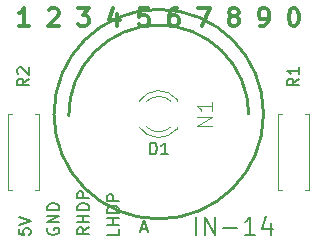
<source format=gbr>
%TF.GenerationSoftware,KiCad,Pcbnew,8.0.3-8.0.3-0~ubuntu22.04.1*%
%TF.CreationDate,2024-07-13T12:54:05+02:00*%
%TF.ProjectId,nixie_breadboard,6e697869-655f-4627-9265-6164626f6172,rev?*%
%TF.SameCoordinates,Original*%
%TF.FileFunction,Legend,Top*%
%TF.FilePolarity,Positive*%
%FSLAX46Y46*%
G04 Gerber Fmt 4.6, Leading zero omitted, Abs format (unit mm)*
G04 Created by KiCad (PCBNEW 8.0.3-8.0.3-0~ubuntu22.04.1) date 2024-07-13 12:54:05*
%MOMM*%
%LPD*%
G01*
G04 APERTURE LIST*
%ADD10C,0.300000*%
%ADD11C,0.200000*%
%ADD12C,0.101600*%
%ADD13C,0.150000*%
%ADD14C,0.254000*%
%ADD15C,0.120000*%
G04 APERTURE END LIST*
D10*
X126571429Y-126448185D02*
X126642857Y-126376757D01*
X126642857Y-126376757D02*
X126785715Y-126305328D01*
X126785715Y-126305328D02*
X127142857Y-126305328D01*
X127142857Y-126305328D02*
X127285715Y-126376757D01*
X127285715Y-126376757D02*
X127357143Y-126448185D01*
X127357143Y-126448185D02*
X127428572Y-126591042D01*
X127428572Y-126591042D02*
X127428572Y-126733900D01*
X127428572Y-126733900D02*
X127357143Y-126948185D01*
X127357143Y-126948185D02*
X126500000Y-127805328D01*
X126500000Y-127805328D02*
X127428572Y-127805328D01*
X144494286Y-127805328D02*
X144780000Y-127805328D01*
X144780000Y-127805328D02*
X144922857Y-127733900D01*
X144922857Y-127733900D02*
X144994286Y-127662471D01*
X144994286Y-127662471D02*
X145137143Y-127448185D01*
X145137143Y-127448185D02*
X145208572Y-127162471D01*
X145208572Y-127162471D02*
X145208572Y-126591042D01*
X145208572Y-126591042D02*
X145137143Y-126448185D01*
X145137143Y-126448185D02*
X145065715Y-126376757D01*
X145065715Y-126376757D02*
X144922857Y-126305328D01*
X144922857Y-126305328D02*
X144637143Y-126305328D01*
X144637143Y-126305328D02*
X144494286Y-126376757D01*
X144494286Y-126376757D02*
X144422857Y-126448185D01*
X144422857Y-126448185D02*
X144351429Y-126591042D01*
X144351429Y-126591042D02*
X144351429Y-126948185D01*
X144351429Y-126948185D02*
X144422857Y-127091042D01*
X144422857Y-127091042D02*
X144494286Y-127162471D01*
X144494286Y-127162471D02*
X144637143Y-127233900D01*
X144637143Y-127233900D02*
X144922857Y-127233900D01*
X144922857Y-127233900D02*
X145065715Y-127162471D01*
X145065715Y-127162471D02*
X145137143Y-127091042D01*
X145137143Y-127091042D02*
X145208572Y-126948185D01*
X132365715Y-126805328D02*
X132365715Y-127805328D01*
X132008572Y-126233900D02*
X131651429Y-127305328D01*
X131651429Y-127305328D02*
X132580000Y-127305328D01*
X134977143Y-126305328D02*
X134262857Y-126305328D01*
X134262857Y-126305328D02*
X134191429Y-127019614D01*
X134191429Y-127019614D02*
X134262857Y-126948185D01*
X134262857Y-126948185D02*
X134405715Y-126876757D01*
X134405715Y-126876757D02*
X134762857Y-126876757D01*
X134762857Y-126876757D02*
X134905715Y-126948185D01*
X134905715Y-126948185D02*
X134977143Y-127019614D01*
X134977143Y-127019614D02*
X135048572Y-127162471D01*
X135048572Y-127162471D02*
X135048572Y-127519614D01*
X135048572Y-127519614D02*
X134977143Y-127662471D01*
X134977143Y-127662471D02*
X134905715Y-127733900D01*
X134905715Y-127733900D02*
X134762857Y-127805328D01*
X134762857Y-127805328D02*
X134405715Y-127805328D01*
X134405715Y-127805328D02*
X134262857Y-127733900D01*
X134262857Y-127733900D02*
X134191429Y-127662471D01*
D11*
X134381905Y-144946504D02*
X134858095Y-144946504D01*
X134286667Y-145232219D02*
X134620000Y-144232219D01*
X134620000Y-144232219D02*
X134953333Y-145232219D01*
X132532219Y-144978285D02*
X132532219Y-145454475D01*
X132532219Y-145454475D02*
X131532219Y-145454475D01*
X132532219Y-144644951D02*
X131532219Y-144644951D01*
X132008409Y-144644951D02*
X132008409Y-144073523D01*
X132532219Y-144073523D02*
X131532219Y-144073523D01*
X132532219Y-143597332D02*
X131532219Y-143597332D01*
X131532219Y-143597332D02*
X131532219Y-143359237D01*
X131532219Y-143359237D02*
X131579838Y-143216380D01*
X131579838Y-143216380D02*
X131675076Y-143121142D01*
X131675076Y-143121142D02*
X131770314Y-143073523D01*
X131770314Y-143073523D02*
X131960790Y-143025904D01*
X131960790Y-143025904D02*
X132103647Y-143025904D01*
X132103647Y-143025904D02*
X132294123Y-143073523D01*
X132294123Y-143073523D02*
X132389361Y-143121142D01*
X132389361Y-143121142D02*
X132484600Y-143216380D01*
X132484600Y-143216380D02*
X132532219Y-143359237D01*
X132532219Y-143359237D02*
X132532219Y-143597332D01*
X132532219Y-142597332D02*
X131532219Y-142597332D01*
X131532219Y-142597332D02*
X131532219Y-142216380D01*
X131532219Y-142216380D02*
X131579838Y-142121142D01*
X131579838Y-142121142D02*
X131627457Y-142073523D01*
X131627457Y-142073523D02*
X131722695Y-142025904D01*
X131722695Y-142025904D02*
X131865552Y-142025904D01*
X131865552Y-142025904D02*
X131960790Y-142073523D01*
X131960790Y-142073523D02*
X132008409Y-142121142D01*
X132008409Y-142121142D02*
X132056028Y-142216380D01*
X132056028Y-142216380D02*
X132056028Y-142597332D01*
X124039219Y-144970476D02*
X124039219Y-145446666D01*
X124039219Y-145446666D02*
X124515409Y-145494285D01*
X124515409Y-145494285D02*
X124467790Y-145446666D01*
X124467790Y-145446666D02*
X124420171Y-145351428D01*
X124420171Y-145351428D02*
X124420171Y-145113333D01*
X124420171Y-145113333D02*
X124467790Y-145018095D01*
X124467790Y-145018095D02*
X124515409Y-144970476D01*
X124515409Y-144970476D02*
X124610647Y-144922857D01*
X124610647Y-144922857D02*
X124848742Y-144922857D01*
X124848742Y-144922857D02*
X124943980Y-144970476D01*
X124943980Y-144970476D02*
X124991600Y-145018095D01*
X124991600Y-145018095D02*
X125039219Y-145113333D01*
X125039219Y-145113333D02*
X125039219Y-145351428D01*
X125039219Y-145351428D02*
X124991600Y-145446666D01*
X124991600Y-145446666D02*
X124943980Y-145494285D01*
X124039219Y-144637142D02*
X125039219Y-144303809D01*
X125039219Y-144303809D02*
X124039219Y-143970476D01*
D10*
X139200000Y-126305328D02*
X140200000Y-126305328D01*
X140200000Y-126305328D02*
X139557143Y-127805328D01*
X147248572Y-126305328D02*
X147391429Y-126305328D01*
X147391429Y-126305328D02*
X147534286Y-126376757D01*
X147534286Y-126376757D02*
X147605715Y-126448185D01*
X147605715Y-126448185D02*
X147677143Y-126591042D01*
X147677143Y-126591042D02*
X147748572Y-126876757D01*
X147748572Y-126876757D02*
X147748572Y-127233900D01*
X147748572Y-127233900D02*
X147677143Y-127519614D01*
X147677143Y-127519614D02*
X147605715Y-127662471D01*
X147605715Y-127662471D02*
X147534286Y-127733900D01*
X147534286Y-127733900D02*
X147391429Y-127805328D01*
X147391429Y-127805328D02*
X147248572Y-127805328D01*
X147248572Y-127805328D02*
X147105715Y-127733900D01*
X147105715Y-127733900D02*
X147034286Y-127662471D01*
X147034286Y-127662471D02*
X146962857Y-127519614D01*
X146962857Y-127519614D02*
X146891429Y-127233900D01*
X146891429Y-127233900D02*
X146891429Y-126876757D01*
X146891429Y-126876757D02*
X146962857Y-126591042D01*
X146962857Y-126591042D02*
X147034286Y-126448185D01*
X147034286Y-126448185D02*
X147105715Y-126376757D01*
X147105715Y-126376757D02*
X147248572Y-126305328D01*
X142097143Y-126948185D02*
X141954286Y-126876757D01*
X141954286Y-126876757D02*
X141882857Y-126805328D01*
X141882857Y-126805328D02*
X141811429Y-126662471D01*
X141811429Y-126662471D02*
X141811429Y-126591042D01*
X141811429Y-126591042D02*
X141882857Y-126448185D01*
X141882857Y-126448185D02*
X141954286Y-126376757D01*
X141954286Y-126376757D02*
X142097143Y-126305328D01*
X142097143Y-126305328D02*
X142382857Y-126305328D01*
X142382857Y-126305328D02*
X142525715Y-126376757D01*
X142525715Y-126376757D02*
X142597143Y-126448185D01*
X142597143Y-126448185D02*
X142668572Y-126591042D01*
X142668572Y-126591042D02*
X142668572Y-126662471D01*
X142668572Y-126662471D02*
X142597143Y-126805328D01*
X142597143Y-126805328D02*
X142525715Y-126876757D01*
X142525715Y-126876757D02*
X142382857Y-126948185D01*
X142382857Y-126948185D02*
X142097143Y-126948185D01*
X142097143Y-126948185D02*
X141954286Y-127019614D01*
X141954286Y-127019614D02*
X141882857Y-127091042D01*
X141882857Y-127091042D02*
X141811429Y-127233900D01*
X141811429Y-127233900D02*
X141811429Y-127519614D01*
X141811429Y-127519614D02*
X141882857Y-127662471D01*
X141882857Y-127662471D02*
X141954286Y-127733900D01*
X141954286Y-127733900D02*
X142097143Y-127805328D01*
X142097143Y-127805328D02*
X142382857Y-127805328D01*
X142382857Y-127805328D02*
X142525715Y-127733900D01*
X142525715Y-127733900D02*
X142597143Y-127662471D01*
X142597143Y-127662471D02*
X142668572Y-127519614D01*
X142668572Y-127519614D02*
X142668572Y-127233900D01*
X142668572Y-127233900D02*
X142597143Y-127091042D01*
X142597143Y-127091042D02*
X142525715Y-127019614D01*
X142525715Y-127019614D02*
X142382857Y-126948185D01*
D11*
X126499838Y-144906904D02*
X126452219Y-145002142D01*
X126452219Y-145002142D02*
X126452219Y-145144999D01*
X126452219Y-145144999D02*
X126499838Y-145287856D01*
X126499838Y-145287856D02*
X126595076Y-145383094D01*
X126595076Y-145383094D02*
X126690314Y-145430713D01*
X126690314Y-145430713D02*
X126880790Y-145478332D01*
X126880790Y-145478332D02*
X127023647Y-145478332D01*
X127023647Y-145478332D02*
X127214123Y-145430713D01*
X127214123Y-145430713D02*
X127309361Y-145383094D01*
X127309361Y-145383094D02*
X127404600Y-145287856D01*
X127404600Y-145287856D02*
X127452219Y-145144999D01*
X127452219Y-145144999D02*
X127452219Y-145049761D01*
X127452219Y-145049761D02*
X127404600Y-144906904D01*
X127404600Y-144906904D02*
X127356980Y-144859285D01*
X127356980Y-144859285D02*
X127023647Y-144859285D01*
X127023647Y-144859285D02*
X127023647Y-145049761D01*
X127452219Y-144430713D02*
X126452219Y-144430713D01*
X126452219Y-144430713D02*
X127452219Y-143859285D01*
X127452219Y-143859285D02*
X126452219Y-143859285D01*
X127452219Y-143383094D02*
X126452219Y-143383094D01*
X126452219Y-143383094D02*
X126452219Y-143144999D01*
X126452219Y-143144999D02*
X126499838Y-143002142D01*
X126499838Y-143002142D02*
X126595076Y-142906904D01*
X126595076Y-142906904D02*
X126690314Y-142859285D01*
X126690314Y-142859285D02*
X126880790Y-142811666D01*
X126880790Y-142811666D02*
X127023647Y-142811666D01*
X127023647Y-142811666D02*
X127214123Y-142859285D01*
X127214123Y-142859285D02*
X127309361Y-142906904D01*
X127309361Y-142906904D02*
X127404600Y-143002142D01*
X127404600Y-143002142D02*
X127452219Y-143144999D01*
X127452219Y-143144999D02*
X127452219Y-143383094D01*
X129992219Y-144851285D02*
X129516028Y-145184618D01*
X129992219Y-145422713D02*
X128992219Y-145422713D01*
X128992219Y-145422713D02*
X128992219Y-145041761D01*
X128992219Y-145041761D02*
X129039838Y-144946523D01*
X129039838Y-144946523D02*
X129087457Y-144898904D01*
X129087457Y-144898904D02*
X129182695Y-144851285D01*
X129182695Y-144851285D02*
X129325552Y-144851285D01*
X129325552Y-144851285D02*
X129420790Y-144898904D01*
X129420790Y-144898904D02*
X129468409Y-144946523D01*
X129468409Y-144946523D02*
X129516028Y-145041761D01*
X129516028Y-145041761D02*
X129516028Y-145422713D01*
X129992219Y-144422713D02*
X128992219Y-144422713D01*
X129468409Y-144422713D02*
X129468409Y-143851285D01*
X129992219Y-143851285D02*
X128992219Y-143851285D01*
X129992219Y-143375094D02*
X128992219Y-143375094D01*
X128992219Y-143375094D02*
X128992219Y-143136999D01*
X128992219Y-143136999D02*
X129039838Y-142994142D01*
X129039838Y-142994142D02*
X129135076Y-142898904D01*
X129135076Y-142898904D02*
X129230314Y-142851285D01*
X129230314Y-142851285D02*
X129420790Y-142803666D01*
X129420790Y-142803666D02*
X129563647Y-142803666D01*
X129563647Y-142803666D02*
X129754123Y-142851285D01*
X129754123Y-142851285D02*
X129849361Y-142898904D01*
X129849361Y-142898904D02*
X129944600Y-142994142D01*
X129944600Y-142994142D02*
X129992219Y-143136999D01*
X129992219Y-143136999D02*
X129992219Y-143375094D01*
X129992219Y-142375094D02*
X128992219Y-142375094D01*
X128992219Y-142375094D02*
X128992219Y-141994142D01*
X128992219Y-141994142D02*
X129039838Y-141898904D01*
X129039838Y-141898904D02*
X129087457Y-141851285D01*
X129087457Y-141851285D02*
X129182695Y-141803666D01*
X129182695Y-141803666D02*
X129325552Y-141803666D01*
X129325552Y-141803666D02*
X129420790Y-141851285D01*
X129420790Y-141851285D02*
X129468409Y-141898904D01*
X129468409Y-141898904D02*
X129516028Y-141994142D01*
X129516028Y-141994142D02*
X129516028Y-142375094D01*
D10*
X124888572Y-127805328D02*
X124031429Y-127805328D01*
X124460000Y-127805328D02*
X124460000Y-126305328D01*
X124460000Y-126305328D02*
X124317143Y-126519614D01*
X124317143Y-126519614D02*
X124174286Y-126662471D01*
X124174286Y-126662471D02*
X124031429Y-126733900D01*
X129040000Y-126305328D02*
X129968572Y-126305328D01*
X129968572Y-126305328D02*
X129468572Y-126876757D01*
X129468572Y-126876757D02*
X129682857Y-126876757D01*
X129682857Y-126876757D02*
X129825715Y-126948185D01*
X129825715Y-126948185D02*
X129897143Y-127019614D01*
X129897143Y-127019614D02*
X129968572Y-127162471D01*
X129968572Y-127162471D02*
X129968572Y-127519614D01*
X129968572Y-127519614D02*
X129897143Y-127662471D01*
X129897143Y-127662471D02*
X129825715Y-127733900D01*
X129825715Y-127733900D02*
X129682857Y-127805328D01*
X129682857Y-127805328D02*
X129254286Y-127805328D01*
X129254286Y-127805328D02*
X129111429Y-127733900D01*
X129111429Y-127733900D02*
X129040000Y-127662471D01*
X137445715Y-126305328D02*
X137160000Y-126305328D01*
X137160000Y-126305328D02*
X137017143Y-126376757D01*
X137017143Y-126376757D02*
X136945715Y-126448185D01*
X136945715Y-126448185D02*
X136802857Y-126662471D01*
X136802857Y-126662471D02*
X136731429Y-126948185D01*
X136731429Y-126948185D02*
X136731429Y-127519614D01*
X136731429Y-127519614D02*
X136802857Y-127662471D01*
X136802857Y-127662471D02*
X136874286Y-127733900D01*
X136874286Y-127733900D02*
X137017143Y-127805328D01*
X137017143Y-127805328D02*
X137302857Y-127805328D01*
X137302857Y-127805328D02*
X137445715Y-127733900D01*
X137445715Y-127733900D02*
X137517143Y-127662471D01*
X137517143Y-127662471D02*
X137588572Y-127519614D01*
X137588572Y-127519614D02*
X137588572Y-127162471D01*
X137588572Y-127162471D02*
X137517143Y-127019614D01*
X137517143Y-127019614D02*
X137445715Y-126948185D01*
X137445715Y-126948185D02*
X137302857Y-126876757D01*
X137302857Y-126876757D02*
X137017143Y-126876757D01*
X137017143Y-126876757D02*
X136874286Y-126948185D01*
X136874286Y-126948185D02*
X136802857Y-127019614D01*
X136802857Y-127019614D02*
X136731429Y-127162471D01*
D12*
X140409242Y-136222619D02*
X139139242Y-136222619D01*
X139139242Y-136222619D02*
X140409242Y-135496904D01*
X140409242Y-135496904D02*
X139139242Y-135496904D01*
X140409242Y-134226904D02*
X140409242Y-134952619D01*
X140409242Y-134589762D02*
X139139242Y-134589762D01*
X139139242Y-134589762D02*
X139320670Y-134710714D01*
X139320670Y-134710714D02*
X139441623Y-134831666D01*
X139441623Y-134831666D02*
X139502099Y-134952619D01*
D13*
X139046857Y-145477231D02*
X139046857Y-143953231D01*
X139772571Y-145477231D02*
X139772571Y-143953231D01*
X139772571Y-143953231D02*
X140643428Y-145477231D01*
X140643428Y-145477231D02*
X140643428Y-143953231D01*
X141369142Y-144896660D02*
X142530285Y-144896660D01*
X144054284Y-145477231D02*
X143183427Y-145477231D01*
X143618856Y-145477231D02*
X143618856Y-143953231D01*
X143618856Y-143953231D02*
X143473713Y-144170945D01*
X143473713Y-144170945D02*
X143328570Y-144316088D01*
X143328570Y-144316088D02*
X143183427Y-144388660D01*
X145360571Y-144461231D02*
X145360571Y-145477231D01*
X144997713Y-143880660D02*
X144634856Y-144969231D01*
X144634856Y-144969231D02*
X145578285Y-144969231D01*
X135151905Y-138669819D02*
X135151905Y-137669819D01*
X135151905Y-137669819D02*
X135390000Y-137669819D01*
X135390000Y-137669819D02*
X135532857Y-137717438D01*
X135532857Y-137717438D02*
X135628095Y-137812676D01*
X135628095Y-137812676D02*
X135675714Y-137907914D01*
X135675714Y-137907914D02*
X135723333Y-138098390D01*
X135723333Y-138098390D02*
X135723333Y-138241247D01*
X135723333Y-138241247D02*
X135675714Y-138431723D01*
X135675714Y-138431723D02*
X135628095Y-138526961D01*
X135628095Y-138526961D02*
X135532857Y-138622200D01*
X135532857Y-138622200D02*
X135390000Y-138669819D01*
X135390000Y-138669819D02*
X135151905Y-138669819D01*
X136675714Y-138669819D02*
X136104286Y-138669819D01*
X136390000Y-138669819D02*
X136390000Y-137669819D01*
X136390000Y-137669819D02*
X136294762Y-137812676D01*
X136294762Y-137812676D02*
X136199524Y-137907914D01*
X136199524Y-137907914D02*
X136104286Y-137955533D01*
X147774819Y-132246666D02*
X147298628Y-132579999D01*
X147774819Y-132818094D02*
X146774819Y-132818094D01*
X146774819Y-132818094D02*
X146774819Y-132437142D01*
X146774819Y-132437142D02*
X146822438Y-132341904D01*
X146822438Y-132341904D02*
X146870057Y-132294285D01*
X146870057Y-132294285D02*
X146965295Y-132246666D01*
X146965295Y-132246666D02*
X147108152Y-132246666D01*
X147108152Y-132246666D02*
X147203390Y-132294285D01*
X147203390Y-132294285D02*
X147251009Y-132341904D01*
X147251009Y-132341904D02*
X147298628Y-132437142D01*
X147298628Y-132437142D02*
X147298628Y-132818094D01*
X147774819Y-131294285D02*
X147774819Y-131865713D01*
X147774819Y-131579999D02*
X146774819Y-131579999D01*
X146774819Y-131579999D02*
X146917676Y-131675237D01*
X146917676Y-131675237D02*
X147012914Y-131770475D01*
X147012914Y-131770475D02*
X147060533Y-131865713D01*
X124914819Y-132246666D02*
X124438628Y-132579999D01*
X124914819Y-132818094D02*
X123914819Y-132818094D01*
X123914819Y-132818094D02*
X123914819Y-132437142D01*
X123914819Y-132437142D02*
X123962438Y-132341904D01*
X123962438Y-132341904D02*
X124010057Y-132294285D01*
X124010057Y-132294285D02*
X124105295Y-132246666D01*
X124105295Y-132246666D02*
X124248152Y-132246666D01*
X124248152Y-132246666D02*
X124343390Y-132294285D01*
X124343390Y-132294285D02*
X124391009Y-132341904D01*
X124391009Y-132341904D02*
X124438628Y-132437142D01*
X124438628Y-132437142D02*
X124438628Y-132818094D01*
X124010057Y-131865713D02*
X123962438Y-131818094D01*
X123962438Y-131818094D02*
X123914819Y-131722856D01*
X123914819Y-131722856D02*
X123914819Y-131484761D01*
X123914819Y-131484761D02*
X123962438Y-131389523D01*
X123962438Y-131389523D02*
X124010057Y-131341904D01*
X124010057Y-131341904D02*
X124105295Y-131294285D01*
X124105295Y-131294285D02*
X124200533Y-131294285D01*
X124200533Y-131294285D02*
X124343390Y-131341904D01*
X124343390Y-131341904D02*
X124914819Y-131913332D01*
X124914819Y-131913332D02*
X124914819Y-131294285D01*
D14*
%TO.C,N1*%
X128270000Y-135412480D02*
G75*
G02*
X143510000Y-135255000I7620000J78740D01*
G01*
X144762220Y-135255000D02*
G75*
G02*
X127017780Y-135255000I-8872220J0D01*
G01*
X127017780Y-135255000D02*
G75*
G02*
X144762220Y-135255000I8872220J0D01*
G01*
D15*
%TO.C,D1*%
X137450000Y-134175000D02*
X137450000Y-134019000D01*
X137450000Y-136491000D02*
X137450000Y-136335000D01*
X134217665Y-134176392D02*
G75*
G02*
X137450000Y-134019484I1672335J-1078608D01*
G01*
X134848870Y-134175163D02*
G75*
G02*
X136930961Y-134175000I1041130J-1079837D01*
G01*
X136930961Y-136335000D02*
G75*
G02*
X134848870Y-136334837I-1040961J1080000D01*
G01*
X137450000Y-136490516D02*
G75*
G02*
X134217665Y-136333608I-1560000J1235516D01*
G01*
%TO.C,R1*%
X146010000Y-135220000D02*
X146010000Y-141640000D01*
X146010000Y-141640000D02*
X146340000Y-141640000D01*
X146340000Y-135220000D02*
X146010000Y-135220000D01*
X148300000Y-135220000D02*
X148630000Y-135220000D01*
X148630000Y-135220000D02*
X148630000Y-141640000D01*
X148630000Y-141640000D02*
X148300000Y-141640000D01*
%TO.C,R2*%
X123150000Y-135220000D02*
X123480000Y-135220000D01*
X123150000Y-141640000D02*
X123150000Y-135220000D01*
X123480000Y-141640000D02*
X123150000Y-141640000D01*
X125440000Y-141640000D02*
X125770000Y-141640000D01*
X125770000Y-135220000D02*
X125440000Y-135220000D01*
X125770000Y-141640000D02*
X125770000Y-135220000D01*
%TD*%
M02*

</source>
